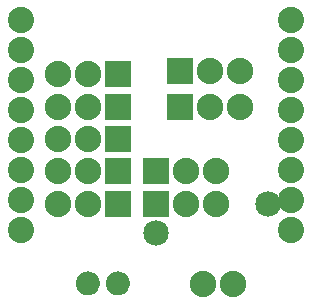
<source format=gbs>
G04 MADE WITH FRITZING*
G04 WWW.FRITZING.ORG*
G04 DOUBLE SIDED*
G04 HOLES PLATED*
G04 CONTOUR ON CENTER OF CONTOUR VECTOR*
%ASAXBY*%
%FSLAX23Y23*%
%MOIN*%
%OFA0B0*%
%SFA1.0B1.0*%
%ADD10C,0.087778*%
%ADD11C,0.088000*%
%ADD12C,0.085000*%
%ADD13R,0.088000X0.088000*%
%ADD14R,0.001000X0.001000*%
%LNMASK0*%
G90*
G70*
G54D10*
X55Y1070D03*
X55Y970D03*
X55Y870D03*
X55Y770D03*
X55Y670D03*
X55Y570D03*
X55Y470D03*
X55Y370D03*
X955Y370D03*
X955Y470D03*
X955Y570D03*
X955Y670D03*
X955Y770D03*
X955Y870D03*
X955Y970D03*
X955Y1070D03*
G54D11*
X379Y456D03*
X279Y456D03*
X179Y456D03*
X379Y889D03*
X279Y889D03*
X179Y889D03*
X507Y565D03*
X607Y565D03*
X707Y565D03*
X586Y899D03*
X686Y899D03*
X786Y899D03*
X586Y781D03*
X686Y781D03*
X786Y781D03*
X379Y781D03*
X279Y781D03*
X179Y781D03*
X379Y673D03*
X279Y673D03*
X179Y673D03*
X379Y565D03*
X279Y565D03*
X179Y565D03*
X507Y456D03*
X607Y456D03*
X707Y456D03*
X763Y191D03*
X663Y191D03*
G54D12*
X507Y358D03*
X881Y456D03*
G54D13*
X379Y456D03*
X379Y889D03*
X507Y565D03*
X586Y899D03*
X586Y781D03*
X379Y781D03*
X379Y673D03*
X379Y565D03*
X507Y456D03*
G54D14*
X277Y231D02*
X281Y231D01*
X377Y231D02*
X381Y231D01*
X270Y230D02*
X287Y230D01*
X370Y230D02*
X387Y230D01*
X267Y229D02*
X291Y229D01*
X367Y229D02*
X391Y229D01*
X264Y228D02*
X294Y228D01*
X364Y228D02*
X394Y228D01*
X262Y227D02*
X296Y227D01*
X362Y227D02*
X396Y227D01*
X260Y226D02*
X298Y226D01*
X360Y226D02*
X398Y226D01*
X258Y225D02*
X299Y225D01*
X358Y225D02*
X399Y225D01*
X257Y224D02*
X301Y224D01*
X357Y224D02*
X401Y224D01*
X255Y223D02*
X302Y223D01*
X355Y223D02*
X402Y223D01*
X254Y222D02*
X304Y222D01*
X354Y222D02*
X404Y222D01*
X253Y221D02*
X305Y221D01*
X353Y221D02*
X405Y221D01*
X252Y220D02*
X306Y220D01*
X352Y220D02*
X406Y220D01*
X251Y219D02*
X307Y219D01*
X351Y219D02*
X407Y219D01*
X250Y218D02*
X308Y218D01*
X350Y218D02*
X408Y218D01*
X249Y217D02*
X309Y217D01*
X349Y217D02*
X409Y217D01*
X248Y216D02*
X310Y216D01*
X348Y216D02*
X410Y216D01*
X247Y215D02*
X310Y215D01*
X347Y215D02*
X410Y215D01*
X247Y214D02*
X311Y214D01*
X347Y214D02*
X411Y214D01*
X246Y213D02*
X312Y213D01*
X346Y213D02*
X412Y213D01*
X245Y212D02*
X312Y212D01*
X345Y212D02*
X412Y212D01*
X245Y211D02*
X313Y211D01*
X345Y211D02*
X413Y211D01*
X244Y210D02*
X314Y210D01*
X344Y210D02*
X414Y210D01*
X244Y209D02*
X314Y209D01*
X344Y209D02*
X414Y209D01*
X243Y208D02*
X315Y208D01*
X343Y208D02*
X415Y208D01*
X243Y207D02*
X315Y207D01*
X343Y207D02*
X415Y207D01*
X242Y206D02*
X315Y206D01*
X342Y206D02*
X415Y206D01*
X242Y205D02*
X316Y205D01*
X342Y205D02*
X416Y205D01*
X242Y204D02*
X316Y204D01*
X342Y204D02*
X416Y204D01*
X241Y203D02*
X317Y203D01*
X341Y203D02*
X416Y203D01*
X241Y202D02*
X317Y202D01*
X341Y202D02*
X417Y202D01*
X241Y201D02*
X317Y201D01*
X341Y201D02*
X417Y201D01*
X240Y200D02*
X317Y200D01*
X340Y200D02*
X417Y200D01*
X240Y199D02*
X317Y199D01*
X340Y199D02*
X417Y199D01*
X240Y198D02*
X318Y198D01*
X340Y198D02*
X418Y198D01*
X240Y197D02*
X318Y197D01*
X340Y197D02*
X418Y197D01*
X240Y196D02*
X318Y196D01*
X340Y196D02*
X418Y196D01*
X240Y195D02*
X318Y195D01*
X340Y195D02*
X418Y195D01*
X240Y194D02*
X318Y194D01*
X340Y194D02*
X418Y194D01*
X239Y193D02*
X318Y193D01*
X339Y193D02*
X418Y193D01*
X239Y192D02*
X318Y192D01*
X339Y192D02*
X418Y192D01*
X239Y191D02*
X318Y191D01*
X339Y191D02*
X418Y191D01*
X239Y190D02*
X318Y190D01*
X339Y190D02*
X418Y190D01*
X240Y189D02*
X318Y189D01*
X339Y189D02*
X418Y189D01*
X240Y188D02*
X318Y188D01*
X340Y188D02*
X418Y188D01*
X240Y187D02*
X318Y187D01*
X340Y187D02*
X418Y187D01*
X240Y186D02*
X318Y186D01*
X340Y186D02*
X418Y186D01*
X240Y185D02*
X318Y185D01*
X340Y185D02*
X418Y185D01*
X240Y184D02*
X318Y184D01*
X340Y184D02*
X418Y184D01*
X240Y183D02*
X317Y183D01*
X340Y183D02*
X417Y183D01*
X241Y182D02*
X317Y182D01*
X341Y182D02*
X417Y182D01*
X241Y181D02*
X317Y181D01*
X341Y181D02*
X417Y181D01*
X241Y180D02*
X317Y180D01*
X341Y180D02*
X417Y180D01*
X241Y179D02*
X316Y179D01*
X341Y179D02*
X416Y179D01*
X242Y178D02*
X316Y178D01*
X342Y178D02*
X416Y178D01*
X242Y177D02*
X316Y177D01*
X342Y177D02*
X416Y177D01*
X242Y176D02*
X315Y176D01*
X342Y176D02*
X415Y176D01*
X243Y175D02*
X315Y175D01*
X343Y175D02*
X415Y175D01*
X243Y174D02*
X314Y174D01*
X343Y174D02*
X414Y174D01*
X244Y173D02*
X314Y173D01*
X344Y173D02*
X414Y173D01*
X244Y172D02*
X313Y172D01*
X344Y172D02*
X413Y172D01*
X245Y171D02*
X313Y171D01*
X345Y171D02*
X413Y171D01*
X246Y170D02*
X312Y170D01*
X345Y170D02*
X412Y170D01*
X246Y169D02*
X312Y169D01*
X346Y169D02*
X412Y169D01*
X247Y168D02*
X311Y168D01*
X347Y168D02*
X411Y168D01*
X248Y167D02*
X310Y167D01*
X348Y167D02*
X410Y167D01*
X248Y166D02*
X309Y166D01*
X348Y166D02*
X409Y166D01*
X249Y165D02*
X309Y165D01*
X349Y165D02*
X409Y165D01*
X250Y164D02*
X308Y164D01*
X350Y164D02*
X408Y164D01*
X251Y163D02*
X307Y163D01*
X351Y163D02*
X407Y163D01*
X252Y162D02*
X306Y162D01*
X352Y162D02*
X406Y162D01*
X253Y161D02*
X305Y161D01*
X353Y161D02*
X405Y161D01*
X254Y160D02*
X303Y160D01*
X354Y160D02*
X403Y160D01*
X256Y159D02*
X302Y159D01*
X356Y159D02*
X402Y159D01*
X257Y158D02*
X301Y158D01*
X357Y158D02*
X401Y158D01*
X259Y157D02*
X299Y157D01*
X359Y157D02*
X399Y157D01*
X260Y156D02*
X297Y156D01*
X360Y156D02*
X397Y156D01*
X262Y155D02*
X295Y155D01*
X362Y155D02*
X395Y155D01*
X265Y154D02*
X293Y154D01*
X365Y154D02*
X393Y154D01*
X267Y153D02*
X290Y153D01*
X367Y153D02*
X390Y153D01*
X271Y152D02*
X286Y152D01*
X371Y152D02*
X386Y152D01*
D02*
G04 End of Mask0*
M02*
</source>
